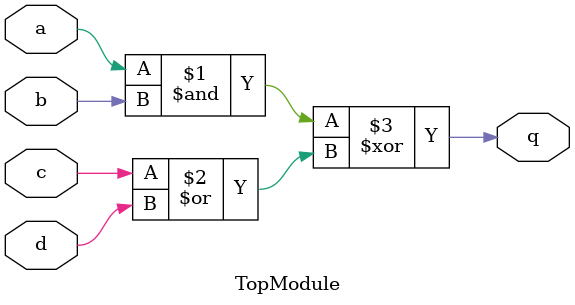
<source format=sv>

module TopModule (
  input a,
  input b,
  input c,
  input d,
  output q
);
assign q = (a & b) ^ (c | d);

endmodule

</source>
